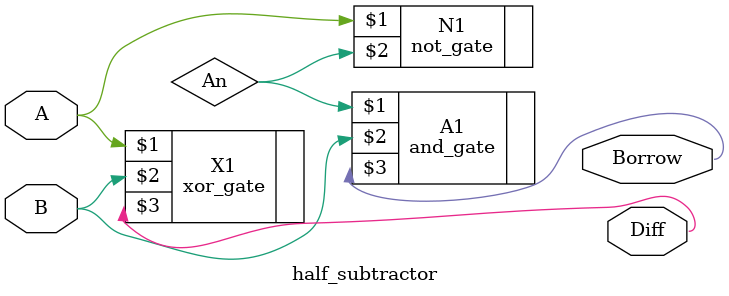
<source format=v>
module half_subtractor(
    input A,
    input B,
    output Diff,
    output Borrow
);

    // Diff = A xor B
    xor_gate X1 (A, B, Diff);

    // Borrow = ~A & B
    wire An;
    not_gate N1 (A, An);
    and_gate A1 (An, B, Borrow);

endmodule

</source>
